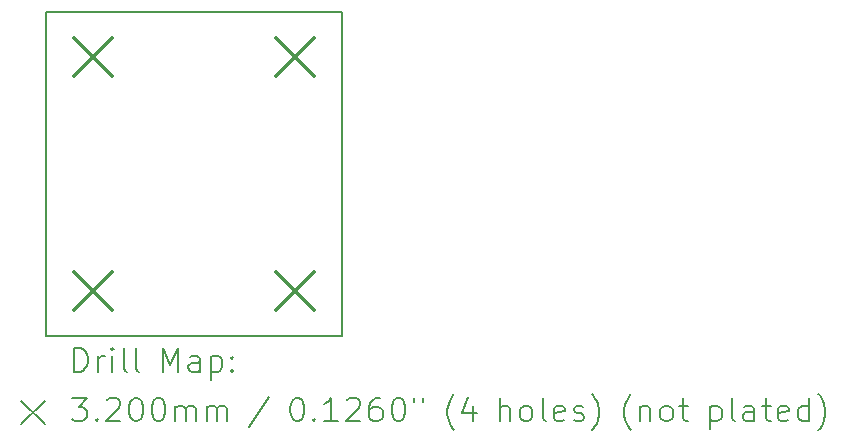
<source format=gbr>
%TF.GenerationSoftware,KiCad,Pcbnew,(7.0.0-0)*%
%TF.CreationDate,2023-11-06T21:22:26+01:00*%
%TF.ProjectId,HygroHiH50xx,48796772-6f48-4694-9835-3078782e6b69,1.1*%
%TF.SameCoordinates,Original*%
%TF.FileFunction,Drillmap*%
%TF.FilePolarity,Positive*%
%FSLAX45Y45*%
G04 Gerber Fmt 4.5, Leading zero omitted, Abs format (unit mm)*
G04 Created by KiCad (PCBNEW (7.0.0-0)) date 2023-11-06 21:22:26*
%MOMM*%
%LPD*%
G01*
G04 APERTURE LIST*
%ADD10C,0.200000*%
%ADD11C,0.320000*%
G04 APERTURE END LIST*
D10*
X5371950Y-2069800D02*
X7873850Y-2069800D01*
X7873850Y-2069800D02*
X7873850Y-4813000D01*
X7873850Y-4813000D02*
X5371950Y-4813000D01*
X5371950Y-4813000D02*
X5371950Y-2069800D01*
D11*
X5605650Y-2290800D02*
X5925650Y-2610800D01*
X5925650Y-2290800D02*
X5605650Y-2610800D01*
X5605650Y-4272000D02*
X5925650Y-4592000D01*
X5925650Y-4272000D02*
X5605650Y-4592000D01*
X7320150Y-2290800D02*
X7640150Y-2610800D01*
X7640150Y-2290800D02*
X7320150Y-2610800D01*
X7320150Y-4272000D02*
X7640150Y-4592000D01*
X7640150Y-4272000D02*
X7320150Y-4592000D01*
D10*
X5609569Y-5116476D02*
X5609569Y-4916476D01*
X5609569Y-4916476D02*
X5657188Y-4916476D01*
X5657188Y-4916476D02*
X5685759Y-4926000D01*
X5685759Y-4926000D02*
X5704807Y-4945048D01*
X5704807Y-4945048D02*
X5714331Y-4964095D01*
X5714331Y-4964095D02*
X5723855Y-5002190D01*
X5723855Y-5002190D02*
X5723855Y-5030762D01*
X5723855Y-5030762D02*
X5714331Y-5068857D01*
X5714331Y-5068857D02*
X5704807Y-5087905D01*
X5704807Y-5087905D02*
X5685759Y-5106952D01*
X5685759Y-5106952D02*
X5657188Y-5116476D01*
X5657188Y-5116476D02*
X5609569Y-5116476D01*
X5809569Y-5116476D02*
X5809569Y-4983143D01*
X5809569Y-5021238D02*
X5819093Y-5002190D01*
X5819093Y-5002190D02*
X5828617Y-4992667D01*
X5828617Y-4992667D02*
X5847664Y-4983143D01*
X5847664Y-4983143D02*
X5866712Y-4983143D01*
X5933378Y-5116476D02*
X5933378Y-4983143D01*
X5933378Y-4916476D02*
X5923855Y-4926000D01*
X5923855Y-4926000D02*
X5933378Y-4935524D01*
X5933378Y-4935524D02*
X5942902Y-4926000D01*
X5942902Y-4926000D02*
X5933378Y-4916476D01*
X5933378Y-4916476D02*
X5933378Y-4935524D01*
X6057188Y-5116476D02*
X6038140Y-5106952D01*
X6038140Y-5106952D02*
X6028617Y-5087905D01*
X6028617Y-5087905D02*
X6028617Y-4916476D01*
X6161950Y-5116476D02*
X6142902Y-5106952D01*
X6142902Y-5106952D02*
X6133378Y-5087905D01*
X6133378Y-5087905D02*
X6133378Y-4916476D01*
X6358140Y-5116476D02*
X6358140Y-4916476D01*
X6358140Y-4916476D02*
X6424807Y-5059333D01*
X6424807Y-5059333D02*
X6491474Y-4916476D01*
X6491474Y-4916476D02*
X6491474Y-5116476D01*
X6672426Y-5116476D02*
X6672426Y-5011714D01*
X6672426Y-5011714D02*
X6662902Y-4992667D01*
X6662902Y-4992667D02*
X6643855Y-4983143D01*
X6643855Y-4983143D02*
X6605759Y-4983143D01*
X6605759Y-4983143D02*
X6586712Y-4992667D01*
X6672426Y-5106952D02*
X6653378Y-5116476D01*
X6653378Y-5116476D02*
X6605759Y-5116476D01*
X6605759Y-5116476D02*
X6586712Y-5106952D01*
X6586712Y-5106952D02*
X6577188Y-5087905D01*
X6577188Y-5087905D02*
X6577188Y-5068857D01*
X6577188Y-5068857D02*
X6586712Y-5049810D01*
X6586712Y-5049810D02*
X6605759Y-5040286D01*
X6605759Y-5040286D02*
X6653378Y-5040286D01*
X6653378Y-5040286D02*
X6672426Y-5030762D01*
X6767664Y-4983143D02*
X6767664Y-5183143D01*
X6767664Y-4992667D02*
X6786712Y-4983143D01*
X6786712Y-4983143D02*
X6824807Y-4983143D01*
X6824807Y-4983143D02*
X6843855Y-4992667D01*
X6843855Y-4992667D02*
X6853378Y-5002190D01*
X6853378Y-5002190D02*
X6862902Y-5021238D01*
X6862902Y-5021238D02*
X6862902Y-5078381D01*
X6862902Y-5078381D02*
X6853378Y-5097429D01*
X6853378Y-5097429D02*
X6843855Y-5106952D01*
X6843855Y-5106952D02*
X6824807Y-5116476D01*
X6824807Y-5116476D02*
X6786712Y-5116476D01*
X6786712Y-5116476D02*
X6767664Y-5106952D01*
X6948617Y-5097429D02*
X6958140Y-5106952D01*
X6958140Y-5106952D02*
X6948617Y-5116476D01*
X6948617Y-5116476D02*
X6939093Y-5106952D01*
X6939093Y-5106952D02*
X6948617Y-5097429D01*
X6948617Y-5097429D02*
X6948617Y-5116476D01*
X6948617Y-4992667D02*
X6958140Y-5002190D01*
X6958140Y-5002190D02*
X6948617Y-5011714D01*
X6948617Y-5011714D02*
X6939093Y-5002190D01*
X6939093Y-5002190D02*
X6948617Y-4992667D01*
X6948617Y-4992667D02*
X6948617Y-5011714D01*
X5161950Y-5363000D02*
X5361950Y-5563000D01*
X5361950Y-5363000D02*
X5161950Y-5563000D01*
X5590521Y-5336476D02*
X5714331Y-5336476D01*
X5714331Y-5336476D02*
X5647664Y-5412667D01*
X5647664Y-5412667D02*
X5676236Y-5412667D01*
X5676236Y-5412667D02*
X5695283Y-5422190D01*
X5695283Y-5422190D02*
X5704807Y-5431714D01*
X5704807Y-5431714D02*
X5714331Y-5450762D01*
X5714331Y-5450762D02*
X5714331Y-5498381D01*
X5714331Y-5498381D02*
X5704807Y-5517429D01*
X5704807Y-5517429D02*
X5695283Y-5526952D01*
X5695283Y-5526952D02*
X5676236Y-5536476D01*
X5676236Y-5536476D02*
X5619093Y-5536476D01*
X5619093Y-5536476D02*
X5600045Y-5526952D01*
X5600045Y-5526952D02*
X5590521Y-5517429D01*
X5800045Y-5517429D02*
X5809569Y-5526952D01*
X5809569Y-5526952D02*
X5800045Y-5536476D01*
X5800045Y-5536476D02*
X5790521Y-5526952D01*
X5790521Y-5526952D02*
X5800045Y-5517429D01*
X5800045Y-5517429D02*
X5800045Y-5536476D01*
X5885759Y-5355524D02*
X5895283Y-5346000D01*
X5895283Y-5346000D02*
X5914331Y-5336476D01*
X5914331Y-5336476D02*
X5961950Y-5336476D01*
X5961950Y-5336476D02*
X5980998Y-5346000D01*
X5980998Y-5346000D02*
X5990521Y-5355524D01*
X5990521Y-5355524D02*
X6000045Y-5374571D01*
X6000045Y-5374571D02*
X6000045Y-5393619D01*
X6000045Y-5393619D02*
X5990521Y-5422190D01*
X5990521Y-5422190D02*
X5876236Y-5536476D01*
X5876236Y-5536476D02*
X6000045Y-5536476D01*
X6123855Y-5336476D02*
X6142902Y-5336476D01*
X6142902Y-5336476D02*
X6161950Y-5346000D01*
X6161950Y-5346000D02*
X6171474Y-5355524D01*
X6171474Y-5355524D02*
X6180998Y-5374571D01*
X6180998Y-5374571D02*
X6190521Y-5412667D01*
X6190521Y-5412667D02*
X6190521Y-5460286D01*
X6190521Y-5460286D02*
X6180998Y-5498381D01*
X6180998Y-5498381D02*
X6171474Y-5517429D01*
X6171474Y-5517429D02*
X6161950Y-5526952D01*
X6161950Y-5526952D02*
X6142902Y-5536476D01*
X6142902Y-5536476D02*
X6123855Y-5536476D01*
X6123855Y-5536476D02*
X6104807Y-5526952D01*
X6104807Y-5526952D02*
X6095283Y-5517429D01*
X6095283Y-5517429D02*
X6085759Y-5498381D01*
X6085759Y-5498381D02*
X6076236Y-5460286D01*
X6076236Y-5460286D02*
X6076236Y-5412667D01*
X6076236Y-5412667D02*
X6085759Y-5374571D01*
X6085759Y-5374571D02*
X6095283Y-5355524D01*
X6095283Y-5355524D02*
X6104807Y-5346000D01*
X6104807Y-5346000D02*
X6123855Y-5336476D01*
X6314331Y-5336476D02*
X6333379Y-5336476D01*
X6333379Y-5336476D02*
X6352426Y-5346000D01*
X6352426Y-5346000D02*
X6361950Y-5355524D01*
X6361950Y-5355524D02*
X6371474Y-5374571D01*
X6371474Y-5374571D02*
X6380998Y-5412667D01*
X6380998Y-5412667D02*
X6380998Y-5460286D01*
X6380998Y-5460286D02*
X6371474Y-5498381D01*
X6371474Y-5498381D02*
X6361950Y-5517429D01*
X6361950Y-5517429D02*
X6352426Y-5526952D01*
X6352426Y-5526952D02*
X6333379Y-5536476D01*
X6333379Y-5536476D02*
X6314331Y-5536476D01*
X6314331Y-5536476D02*
X6295283Y-5526952D01*
X6295283Y-5526952D02*
X6285759Y-5517429D01*
X6285759Y-5517429D02*
X6276236Y-5498381D01*
X6276236Y-5498381D02*
X6266712Y-5460286D01*
X6266712Y-5460286D02*
X6266712Y-5412667D01*
X6266712Y-5412667D02*
X6276236Y-5374571D01*
X6276236Y-5374571D02*
X6285759Y-5355524D01*
X6285759Y-5355524D02*
X6295283Y-5346000D01*
X6295283Y-5346000D02*
X6314331Y-5336476D01*
X6466712Y-5536476D02*
X6466712Y-5403143D01*
X6466712Y-5422190D02*
X6476236Y-5412667D01*
X6476236Y-5412667D02*
X6495283Y-5403143D01*
X6495283Y-5403143D02*
X6523855Y-5403143D01*
X6523855Y-5403143D02*
X6542902Y-5412667D01*
X6542902Y-5412667D02*
X6552426Y-5431714D01*
X6552426Y-5431714D02*
X6552426Y-5536476D01*
X6552426Y-5431714D02*
X6561950Y-5412667D01*
X6561950Y-5412667D02*
X6580998Y-5403143D01*
X6580998Y-5403143D02*
X6609569Y-5403143D01*
X6609569Y-5403143D02*
X6628617Y-5412667D01*
X6628617Y-5412667D02*
X6638140Y-5431714D01*
X6638140Y-5431714D02*
X6638140Y-5536476D01*
X6733379Y-5536476D02*
X6733379Y-5403143D01*
X6733379Y-5422190D02*
X6742902Y-5412667D01*
X6742902Y-5412667D02*
X6761950Y-5403143D01*
X6761950Y-5403143D02*
X6790521Y-5403143D01*
X6790521Y-5403143D02*
X6809569Y-5412667D01*
X6809569Y-5412667D02*
X6819093Y-5431714D01*
X6819093Y-5431714D02*
X6819093Y-5536476D01*
X6819093Y-5431714D02*
X6828617Y-5412667D01*
X6828617Y-5412667D02*
X6847664Y-5403143D01*
X6847664Y-5403143D02*
X6876236Y-5403143D01*
X6876236Y-5403143D02*
X6895283Y-5412667D01*
X6895283Y-5412667D02*
X6904807Y-5431714D01*
X6904807Y-5431714D02*
X6904807Y-5536476D01*
X7262902Y-5326952D02*
X7091474Y-5584095D01*
X7487664Y-5336476D02*
X7506712Y-5336476D01*
X7506712Y-5336476D02*
X7525760Y-5346000D01*
X7525760Y-5346000D02*
X7535283Y-5355524D01*
X7535283Y-5355524D02*
X7544807Y-5374571D01*
X7544807Y-5374571D02*
X7554331Y-5412667D01*
X7554331Y-5412667D02*
X7554331Y-5460286D01*
X7554331Y-5460286D02*
X7544807Y-5498381D01*
X7544807Y-5498381D02*
X7535283Y-5517429D01*
X7535283Y-5517429D02*
X7525760Y-5526952D01*
X7525760Y-5526952D02*
X7506712Y-5536476D01*
X7506712Y-5536476D02*
X7487664Y-5536476D01*
X7487664Y-5536476D02*
X7468617Y-5526952D01*
X7468617Y-5526952D02*
X7459093Y-5517429D01*
X7459093Y-5517429D02*
X7449569Y-5498381D01*
X7449569Y-5498381D02*
X7440045Y-5460286D01*
X7440045Y-5460286D02*
X7440045Y-5412667D01*
X7440045Y-5412667D02*
X7449569Y-5374571D01*
X7449569Y-5374571D02*
X7459093Y-5355524D01*
X7459093Y-5355524D02*
X7468617Y-5346000D01*
X7468617Y-5346000D02*
X7487664Y-5336476D01*
X7640045Y-5517429D02*
X7649569Y-5526952D01*
X7649569Y-5526952D02*
X7640045Y-5536476D01*
X7640045Y-5536476D02*
X7630521Y-5526952D01*
X7630521Y-5526952D02*
X7640045Y-5517429D01*
X7640045Y-5517429D02*
X7640045Y-5536476D01*
X7840045Y-5536476D02*
X7725760Y-5536476D01*
X7782902Y-5536476D02*
X7782902Y-5336476D01*
X7782902Y-5336476D02*
X7763855Y-5365048D01*
X7763855Y-5365048D02*
X7744807Y-5384095D01*
X7744807Y-5384095D02*
X7725760Y-5393619D01*
X7916236Y-5355524D02*
X7925760Y-5346000D01*
X7925760Y-5346000D02*
X7944807Y-5336476D01*
X7944807Y-5336476D02*
X7992426Y-5336476D01*
X7992426Y-5336476D02*
X8011474Y-5346000D01*
X8011474Y-5346000D02*
X8020998Y-5355524D01*
X8020998Y-5355524D02*
X8030521Y-5374571D01*
X8030521Y-5374571D02*
X8030521Y-5393619D01*
X8030521Y-5393619D02*
X8020998Y-5422190D01*
X8020998Y-5422190D02*
X7906712Y-5536476D01*
X7906712Y-5536476D02*
X8030521Y-5536476D01*
X8201950Y-5336476D02*
X8163855Y-5336476D01*
X8163855Y-5336476D02*
X8144807Y-5346000D01*
X8144807Y-5346000D02*
X8135283Y-5355524D01*
X8135283Y-5355524D02*
X8116236Y-5384095D01*
X8116236Y-5384095D02*
X8106712Y-5422190D01*
X8106712Y-5422190D02*
X8106712Y-5498381D01*
X8106712Y-5498381D02*
X8116236Y-5517429D01*
X8116236Y-5517429D02*
X8125760Y-5526952D01*
X8125760Y-5526952D02*
X8144807Y-5536476D01*
X8144807Y-5536476D02*
X8182902Y-5536476D01*
X8182902Y-5536476D02*
X8201950Y-5526952D01*
X8201950Y-5526952D02*
X8211474Y-5517429D01*
X8211474Y-5517429D02*
X8220998Y-5498381D01*
X8220998Y-5498381D02*
X8220998Y-5450762D01*
X8220998Y-5450762D02*
X8211474Y-5431714D01*
X8211474Y-5431714D02*
X8201950Y-5422190D01*
X8201950Y-5422190D02*
X8182902Y-5412667D01*
X8182902Y-5412667D02*
X8144807Y-5412667D01*
X8144807Y-5412667D02*
X8125760Y-5422190D01*
X8125760Y-5422190D02*
X8116236Y-5431714D01*
X8116236Y-5431714D02*
X8106712Y-5450762D01*
X8344807Y-5336476D02*
X8363855Y-5336476D01*
X8363855Y-5336476D02*
X8382902Y-5346000D01*
X8382902Y-5346000D02*
X8392426Y-5355524D01*
X8392426Y-5355524D02*
X8401950Y-5374571D01*
X8401950Y-5374571D02*
X8411474Y-5412667D01*
X8411474Y-5412667D02*
X8411474Y-5460286D01*
X8411474Y-5460286D02*
X8401950Y-5498381D01*
X8401950Y-5498381D02*
X8392426Y-5517429D01*
X8392426Y-5517429D02*
X8382902Y-5526952D01*
X8382902Y-5526952D02*
X8363855Y-5536476D01*
X8363855Y-5536476D02*
X8344807Y-5536476D01*
X8344807Y-5536476D02*
X8325760Y-5526952D01*
X8325760Y-5526952D02*
X8316236Y-5517429D01*
X8316236Y-5517429D02*
X8306712Y-5498381D01*
X8306712Y-5498381D02*
X8297188Y-5460286D01*
X8297188Y-5460286D02*
X8297188Y-5412667D01*
X8297188Y-5412667D02*
X8306712Y-5374571D01*
X8306712Y-5374571D02*
X8316236Y-5355524D01*
X8316236Y-5355524D02*
X8325760Y-5346000D01*
X8325760Y-5346000D02*
X8344807Y-5336476D01*
X8487664Y-5336476D02*
X8487664Y-5374571D01*
X8563855Y-5336476D02*
X8563855Y-5374571D01*
X8826712Y-5612667D02*
X8817188Y-5603143D01*
X8817188Y-5603143D02*
X8798141Y-5574571D01*
X8798141Y-5574571D02*
X8788617Y-5555524D01*
X8788617Y-5555524D02*
X8779093Y-5526952D01*
X8779093Y-5526952D02*
X8769569Y-5479333D01*
X8769569Y-5479333D02*
X8769569Y-5441238D01*
X8769569Y-5441238D02*
X8779093Y-5393619D01*
X8779093Y-5393619D02*
X8788617Y-5365048D01*
X8788617Y-5365048D02*
X8798141Y-5346000D01*
X8798141Y-5346000D02*
X8817188Y-5317429D01*
X8817188Y-5317429D02*
X8826712Y-5307905D01*
X8988617Y-5403143D02*
X8988617Y-5536476D01*
X8940998Y-5326952D02*
X8893379Y-5469810D01*
X8893379Y-5469810D02*
X9017188Y-5469810D01*
X9213379Y-5536476D02*
X9213379Y-5336476D01*
X9299093Y-5536476D02*
X9299093Y-5431714D01*
X9299093Y-5431714D02*
X9289569Y-5412667D01*
X9289569Y-5412667D02*
X9270522Y-5403143D01*
X9270522Y-5403143D02*
X9241950Y-5403143D01*
X9241950Y-5403143D02*
X9222903Y-5412667D01*
X9222903Y-5412667D02*
X9213379Y-5422190D01*
X9422903Y-5536476D02*
X9403855Y-5526952D01*
X9403855Y-5526952D02*
X9394331Y-5517429D01*
X9394331Y-5517429D02*
X9384807Y-5498381D01*
X9384807Y-5498381D02*
X9384807Y-5441238D01*
X9384807Y-5441238D02*
X9394331Y-5422190D01*
X9394331Y-5422190D02*
X9403855Y-5412667D01*
X9403855Y-5412667D02*
X9422903Y-5403143D01*
X9422903Y-5403143D02*
X9451474Y-5403143D01*
X9451474Y-5403143D02*
X9470522Y-5412667D01*
X9470522Y-5412667D02*
X9480045Y-5422190D01*
X9480045Y-5422190D02*
X9489569Y-5441238D01*
X9489569Y-5441238D02*
X9489569Y-5498381D01*
X9489569Y-5498381D02*
X9480045Y-5517429D01*
X9480045Y-5517429D02*
X9470522Y-5526952D01*
X9470522Y-5526952D02*
X9451474Y-5536476D01*
X9451474Y-5536476D02*
X9422903Y-5536476D01*
X9603855Y-5536476D02*
X9584807Y-5526952D01*
X9584807Y-5526952D02*
X9575284Y-5507905D01*
X9575284Y-5507905D02*
X9575284Y-5336476D01*
X9756236Y-5526952D02*
X9737188Y-5536476D01*
X9737188Y-5536476D02*
X9699093Y-5536476D01*
X9699093Y-5536476D02*
X9680045Y-5526952D01*
X9680045Y-5526952D02*
X9670522Y-5507905D01*
X9670522Y-5507905D02*
X9670522Y-5431714D01*
X9670522Y-5431714D02*
X9680045Y-5412667D01*
X9680045Y-5412667D02*
X9699093Y-5403143D01*
X9699093Y-5403143D02*
X9737188Y-5403143D01*
X9737188Y-5403143D02*
X9756236Y-5412667D01*
X9756236Y-5412667D02*
X9765760Y-5431714D01*
X9765760Y-5431714D02*
X9765760Y-5450762D01*
X9765760Y-5450762D02*
X9670522Y-5469810D01*
X9841950Y-5526952D02*
X9860998Y-5536476D01*
X9860998Y-5536476D02*
X9899093Y-5536476D01*
X9899093Y-5536476D02*
X9918141Y-5526952D01*
X9918141Y-5526952D02*
X9927665Y-5507905D01*
X9927665Y-5507905D02*
X9927665Y-5498381D01*
X9927665Y-5498381D02*
X9918141Y-5479333D01*
X9918141Y-5479333D02*
X9899093Y-5469810D01*
X9899093Y-5469810D02*
X9870522Y-5469810D01*
X9870522Y-5469810D02*
X9851474Y-5460286D01*
X9851474Y-5460286D02*
X9841950Y-5441238D01*
X9841950Y-5441238D02*
X9841950Y-5431714D01*
X9841950Y-5431714D02*
X9851474Y-5412667D01*
X9851474Y-5412667D02*
X9870522Y-5403143D01*
X9870522Y-5403143D02*
X9899093Y-5403143D01*
X9899093Y-5403143D02*
X9918141Y-5412667D01*
X9994331Y-5612667D02*
X10003855Y-5603143D01*
X10003855Y-5603143D02*
X10022903Y-5574571D01*
X10022903Y-5574571D02*
X10032426Y-5555524D01*
X10032426Y-5555524D02*
X10041950Y-5526952D01*
X10041950Y-5526952D02*
X10051474Y-5479333D01*
X10051474Y-5479333D02*
X10051474Y-5441238D01*
X10051474Y-5441238D02*
X10041950Y-5393619D01*
X10041950Y-5393619D02*
X10032426Y-5365048D01*
X10032426Y-5365048D02*
X10022903Y-5346000D01*
X10022903Y-5346000D02*
X10003855Y-5317429D01*
X10003855Y-5317429D02*
X9994331Y-5307905D01*
X10323855Y-5612667D02*
X10314331Y-5603143D01*
X10314331Y-5603143D02*
X10295284Y-5574571D01*
X10295284Y-5574571D02*
X10285760Y-5555524D01*
X10285760Y-5555524D02*
X10276236Y-5526952D01*
X10276236Y-5526952D02*
X10266712Y-5479333D01*
X10266712Y-5479333D02*
X10266712Y-5441238D01*
X10266712Y-5441238D02*
X10276236Y-5393619D01*
X10276236Y-5393619D02*
X10285760Y-5365048D01*
X10285760Y-5365048D02*
X10295284Y-5346000D01*
X10295284Y-5346000D02*
X10314331Y-5317429D01*
X10314331Y-5317429D02*
X10323855Y-5307905D01*
X10400045Y-5403143D02*
X10400045Y-5536476D01*
X10400045Y-5422190D02*
X10409569Y-5412667D01*
X10409569Y-5412667D02*
X10428617Y-5403143D01*
X10428617Y-5403143D02*
X10457188Y-5403143D01*
X10457188Y-5403143D02*
X10476236Y-5412667D01*
X10476236Y-5412667D02*
X10485760Y-5431714D01*
X10485760Y-5431714D02*
X10485760Y-5536476D01*
X10609569Y-5536476D02*
X10590522Y-5526952D01*
X10590522Y-5526952D02*
X10580998Y-5517429D01*
X10580998Y-5517429D02*
X10571474Y-5498381D01*
X10571474Y-5498381D02*
X10571474Y-5441238D01*
X10571474Y-5441238D02*
X10580998Y-5422190D01*
X10580998Y-5422190D02*
X10590522Y-5412667D01*
X10590522Y-5412667D02*
X10609569Y-5403143D01*
X10609569Y-5403143D02*
X10638141Y-5403143D01*
X10638141Y-5403143D02*
X10657188Y-5412667D01*
X10657188Y-5412667D02*
X10666712Y-5422190D01*
X10666712Y-5422190D02*
X10676236Y-5441238D01*
X10676236Y-5441238D02*
X10676236Y-5498381D01*
X10676236Y-5498381D02*
X10666712Y-5517429D01*
X10666712Y-5517429D02*
X10657188Y-5526952D01*
X10657188Y-5526952D02*
X10638141Y-5536476D01*
X10638141Y-5536476D02*
X10609569Y-5536476D01*
X10733379Y-5403143D02*
X10809569Y-5403143D01*
X10761950Y-5336476D02*
X10761950Y-5507905D01*
X10761950Y-5507905D02*
X10771474Y-5526952D01*
X10771474Y-5526952D02*
X10790522Y-5536476D01*
X10790522Y-5536476D02*
X10809569Y-5536476D01*
X10996236Y-5403143D02*
X10996236Y-5603143D01*
X10996236Y-5412667D02*
X11015284Y-5403143D01*
X11015284Y-5403143D02*
X11053379Y-5403143D01*
X11053379Y-5403143D02*
X11072426Y-5412667D01*
X11072426Y-5412667D02*
X11081950Y-5422190D01*
X11081950Y-5422190D02*
X11091474Y-5441238D01*
X11091474Y-5441238D02*
X11091474Y-5498381D01*
X11091474Y-5498381D02*
X11081950Y-5517429D01*
X11081950Y-5517429D02*
X11072426Y-5526952D01*
X11072426Y-5526952D02*
X11053379Y-5536476D01*
X11053379Y-5536476D02*
X11015284Y-5536476D01*
X11015284Y-5536476D02*
X10996236Y-5526952D01*
X11205760Y-5536476D02*
X11186712Y-5526952D01*
X11186712Y-5526952D02*
X11177188Y-5507905D01*
X11177188Y-5507905D02*
X11177188Y-5336476D01*
X11367664Y-5536476D02*
X11367664Y-5431714D01*
X11367664Y-5431714D02*
X11358141Y-5412667D01*
X11358141Y-5412667D02*
X11339093Y-5403143D01*
X11339093Y-5403143D02*
X11300998Y-5403143D01*
X11300998Y-5403143D02*
X11281950Y-5412667D01*
X11367664Y-5526952D02*
X11348617Y-5536476D01*
X11348617Y-5536476D02*
X11300998Y-5536476D01*
X11300998Y-5536476D02*
X11281950Y-5526952D01*
X11281950Y-5526952D02*
X11272426Y-5507905D01*
X11272426Y-5507905D02*
X11272426Y-5488857D01*
X11272426Y-5488857D02*
X11281950Y-5469810D01*
X11281950Y-5469810D02*
X11300998Y-5460286D01*
X11300998Y-5460286D02*
X11348617Y-5460286D01*
X11348617Y-5460286D02*
X11367664Y-5450762D01*
X11434331Y-5403143D02*
X11510522Y-5403143D01*
X11462903Y-5336476D02*
X11462903Y-5507905D01*
X11462903Y-5507905D02*
X11472426Y-5526952D01*
X11472426Y-5526952D02*
X11491474Y-5536476D01*
X11491474Y-5536476D02*
X11510522Y-5536476D01*
X11653379Y-5526952D02*
X11634331Y-5536476D01*
X11634331Y-5536476D02*
X11596236Y-5536476D01*
X11596236Y-5536476D02*
X11577188Y-5526952D01*
X11577188Y-5526952D02*
X11567664Y-5507905D01*
X11567664Y-5507905D02*
X11567664Y-5431714D01*
X11567664Y-5431714D02*
X11577188Y-5412667D01*
X11577188Y-5412667D02*
X11596236Y-5403143D01*
X11596236Y-5403143D02*
X11634331Y-5403143D01*
X11634331Y-5403143D02*
X11653379Y-5412667D01*
X11653379Y-5412667D02*
X11662903Y-5431714D01*
X11662903Y-5431714D02*
X11662903Y-5450762D01*
X11662903Y-5450762D02*
X11567664Y-5469810D01*
X11834331Y-5536476D02*
X11834331Y-5336476D01*
X11834331Y-5526952D02*
X11815284Y-5536476D01*
X11815284Y-5536476D02*
X11777188Y-5536476D01*
X11777188Y-5536476D02*
X11758141Y-5526952D01*
X11758141Y-5526952D02*
X11748617Y-5517429D01*
X11748617Y-5517429D02*
X11739093Y-5498381D01*
X11739093Y-5498381D02*
X11739093Y-5441238D01*
X11739093Y-5441238D02*
X11748617Y-5422190D01*
X11748617Y-5422190D02*
X11758141Y-5412667D01*
X11758141Y-5412667D02*
X11777188Y-5403143D01*
X11777188Y-5403143D02*
X11815284Y-5403143D01*
X11815284Y-5403143D02*
X11834331Y-5412667D01*
X11910522Y-5612667D02*
X11920045Y-5603143D01*
X11920045Y-5603143D02*
X11939093Y-5574571D01*
X11939093Y-5574571D02*
X11948617Y-5555524D01*
X11948617Y-5555524D02*
X11958141Y-5526952D01*
X11958141Y-5526952D02*
X11967664Y-5479333D01*
X11967664Y-5479333D02*
X11967664Y-5441238D01*
X11967664Y-5441238D02*
X11958141Y-5393619D01*
X11958141Y-5393619D02*
X11948617Y-5365048D01*
X11948617Y-5365048D02*
X11939093Y-5346000D01*
X11939093Y-5346000D02*
X11920045Y-5317429D01*
X11920045Y-5317429D02*
X11910522Y-5307905D01*
M02*

</source>
